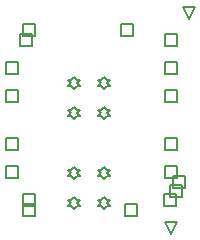
<source format=gbr>
%TF.GenerationSoftware,Altium Limited,Altium Designer,25.5.2 (35)*%
G04 Layer_Color=2752767*
%FSLAX45Y45*%
%MOMM*%
%TF.SameCoordinates,263EE719-961F-4448-A72E-CF07F5483F46*%
%TF.FilePolarity,Positive*%
%TF.FileFunction,Drawing*%
%TF.Part,Single*%
G01*
G75*
%TA.AperFunction,NonConductor*%
%ADD33C,0.12700*%
D33*
X1020000Y1355200D02*
X1045400Y1380600D01*
X1070800D01*
X1045400Y1406000D01*
X1070800Y1431400D01*
X1045400D01*
X1020000Y1456800D01*
X994600Y1431400D01*
X969200D01*
X994600Y1406000D01*
X969200Y1380600D01*
X994600D01*
X1020000Y1355200D01*
Y1609200D02*
X1045400Y1634600D01*
X1070800D01*
X1045400Y1660000D01*
X1070800Y1685400D01*
X1045400D01*
X1020000Y1710800D01*
X994600Y1685400D01*
X969200D01*
X994600Y1660000D01*
X969200Y1634600D01*
X994600D01*
X1020000Y1609200D01*
X1274000Y1355200D02*
X1299400Y1380600D01*
X1324800D01*
X1299400Y1406000D01*
X1324800Y1431400D01*
X1299400D01*
X1274000Y1456800D01*
X1248600Y1431400D01*
X1223200D01*
X1248600Y1406000D01*
X1223200Y1380600D01*
X1248600D01*
X1274000Y1355200D01*
Y1609200D02*
X1299400Y1634600D01*
X1324800D01*
X1299400Y1660000D01*
X1324800Y1685400D01*
X1299400D01*
X1274000Y1710800D01*
X1248600Y1685400D01*
X1223200D01*
X1248600Y1660000D01*
X1223200Y1634600D01*
X1248600D01*
X1274000Y1609200D01*
X1020000Y595200D02*
X1045400Y620600D01*
X1070800D01*
X1045400Y646000D01*
X1070800Y671400D01*
X1045400D01*
X1020000Y696800D01*
X994600Y671400D01*
X969200D01*
X994600Y646000D01*
X969200Y620600D01*
X994600D01*
X1020000Y595200D01*
Y849200D02*
X1045400Y874600D01*
X1070800D01*
X1045400Y900000D01*
X1070800Y925400D01*
X1045400D01*
X1020000Y950800D01*
X994600Y925400D01*
X969200D01*
X994600Y900000D01*
X969200Y874600D01*
X994600D01*
X1020000Y849200D01*
X1274000Y595200D02*
X1299400Y620600D01*
X1324800D01*
X1299400Y646000D01*
X1324800Y671400D01*
X1299400D01*
X1274000Y696800D01*
X1248600Y671400D01*
X1223200D01*
X1248600Y646000D01*
X1223200Y620600D01*
X1248600D01*
X1274000Y595200D01*
Y849200D02*
X1299400Y874600D01*
X1324800D01*
X1299400Y900000D01*
X1324800Y925400D01*
X1299400D01*
X1274000Y950800D01*
X1248600Y925400D01*
X1223200D01*
X1248600Y900000D01*
X1223200Y874600D01*
X1248600D01*
X1274000Y849200D01*
X1847000Y389200D02*
X1796200Y490800D01*
X1897800D01*
X1847000Y389200D01*
X1997000Y2209200D02*
X1946200Y2310800D01*
X2047800D01*
X1997000Y2209200D01*
X1459200Y539200D02*
Y640800D01*
X1560800D01*
Y539200D01*
X1459200D01*
X1839344Y702036D02*
Y803636D01*
X1940944D01*
Y702036D01*
X1839344D01*
X1862053Y778835D02*
Y880435D01*
X1963653D01*
Y778835D01*
X1862053D01*
X589200Y539200D02*
Y640800D01*
X690800D01*
Y539200D01*
X589200D01*
X1796200Y859200D02*
Y960800D01*
X1897800D01*
Y859200D01*
X1796200D01*
Y1099200D02*
Y1200800D01*
X1897800D01*
Y1099200D01*
X1796200D01*
Y1499200D02*
Y1600800D01*
X1897800D01*
Y1499200D01*
X1796200D01*
Y1739200D02*
Y1840800D01*
X1897800D01*
Y1739200D01*
X1796200D01*
Y1979200D02*
Y2080800D01*
X1897800D01*
Y1979200D01*
X1796200D01*
X1789200Y619200D02*
Y720800D01*
X1890800D01*
Y619200D01*
X1789200D01*
X589200D02*
Y720800D01*
X690800D01*
Y619200D01*
X589200D01*
X449200Y859200D02*
Y960800D01*
X550800D01*
Y859200D01*
X449200D01*
Y1099200D02*
Y1200800D01*
X550800D01*
Y1099200D01*
X449200D01*
Y1499200D02*
Y1600800D01*
X550800D01*
Y1499200D01*
X449200D01*
X443868Y1736964D02*
Y1838564D01*
X545468D01*
Y1736964D01*
X443868D01*
X569387Y1979879D02*
Y2081479D01*
X670987D01*
Y1979879D01*
X569387D01*
X589200Y2059200D02*
Y2160800D01*
X690800D01*
Y2059200D01*
X589200D01*
X1419200D02*
Y2160800D01*
X1520800D01*
Y2059200D01*
X1419200D01*
%TF.MD5,28fb26d7c0ab9232599d6f3c6a40b9fc*%
M02*

</source>
